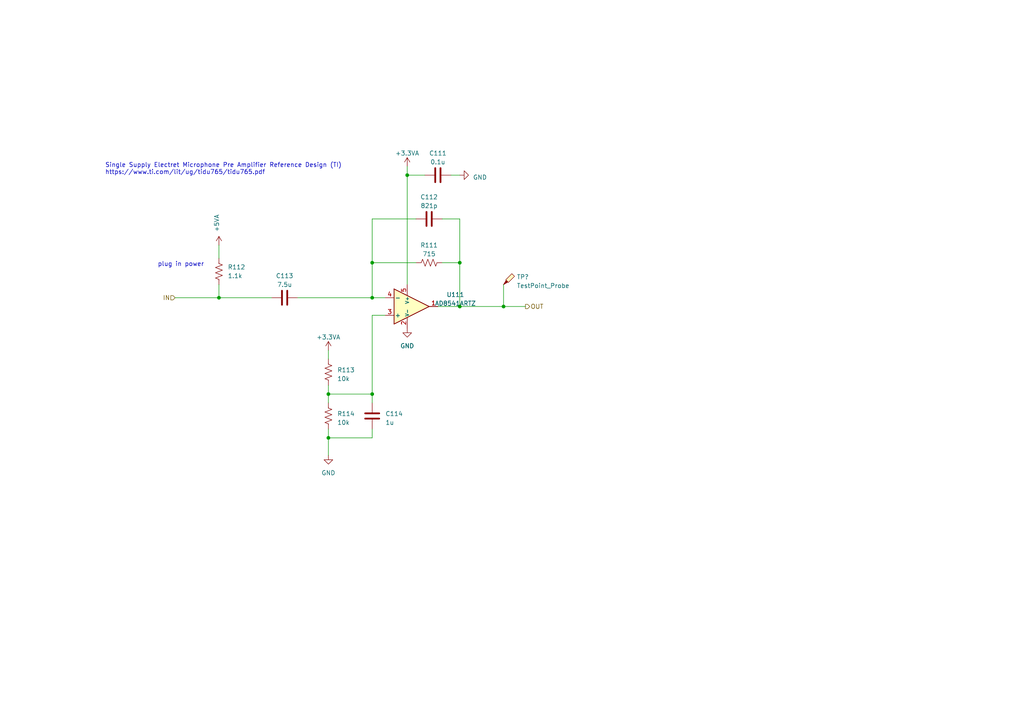
<source format=kicad_sch>
(kicad_sch (version 20230121) (generator eeschema)
  (paper "A4")
  (lib_symbols
    (symbol "Connector:TestPoint_Probe" (pin_numbers hide) (pin_names (offset 0.762) hide)
      (property "Reference" "TP" (at 1.651 5.842 0))
      (property "Value" "TestPoint_Probe" (at 1.651 4.064 0))
      (symbol "TestPoint_Probe_0_1"
        (polyline (pts (xy 1.27 0.762) (xy 0 0) (xy 0.762 1.27) (xy 1.27 0.762)) (fill (type outline)))
        (polyline (pts (xy 1.397 0.635) (xy 0.635 1.397) (xy 2.413 3.175) (xy 3.175 2.413) (xy 1.397 0.635)) (fill (type background)))
      )
      (symbol "TestPoint_Probe_1_1"
        (pin passive line (at 0 0 90) (length 0) (name "1") (number "1"))
      )
    )
    (symbol "Device:C" (pin_numbers hide) (pin_names (offset 0.254))
      (property "Reference" "C" (at 0.635 2.54 0))
      (property "Value" "C" (at 0.635 -2.54 0))
      (symbol "C_0_1"
        (polyline (pts (xy -2.032 -0.762) (xy 2.032 -0.762)) (stroke (width 0.508)))
        (polyline (pts (xy -2.032 0.762) (xy 2.032 0.762)) (stroke (width 0.508)))
      )
      (symbol "C_1_1"
        (pin passive line (at 0 3.81 270) (length 2.794) (name "~") (number "1"))
        (pin passive line (at 0 -3.81 90) (length 2.794) (name "~") (number "2"))
      )
    )
    (symbol "Device:R_US" (pin_numbers hide) (pin_names (offset 0))
      (property "Reference" "R" (at 2.54 0 90))
      (property "Value" "R_US" (at -2.54 0 90))
      (symbol "R_US_0_1"
        (polyline (pts (xy 0 -2.286) (xy 0 -2.54)))
        (polyline (pts (xy 0 2.286) (xy 0 2.54)))
        (polyline (pts (xy 0 -0.762) (xy 1.016 -1.143) (xy 0 -1.524) (xy -1.016 -1.905) (xy 0 -2.286)))
        (polyline (pts (xy 0 0.762) (xy 1.016 0.381) (xy 0 0) (xy -1.016 -0.381) (xy 0 -0.762)))
        (polyline (pts (xy 0 2.286) (xy 1.016 1.905) (xy 0 1.524) (xy -1.016 1.143) (xy 0 0.762)))
      )
      (symbol "R_US_1_1"
        (pin passive line (at 0 3.81 270) (length 1.27) (name "~") (number "1"))
        (pin passive line (at 0 -3.81 90) (length 1.27) (name "~") (number "2"))
      )
    )
    (symbol "PCM_Amplifier_Operational_AKL:AD8541ARTZ" (pin_names (offset 0.2))
      (property "Reference" "U" (at 1.27 7.62 0))
      (property "Value" "AD8541ARTZ" (at 1.27 5.08 0))
      (symbol "AD8541ARTZ_0_1"
        (polyline (pts (xy -5.08 5.08) (xy -5.08 -5.08) (xy 5.08 0) (xy -5.08 5.08)) (stroke (width 0.254)) (fill (type background)))
      )
      (symbol "AD8541ARTZ_1_1"
        (pin output line (at 7.62 0 180) (length 2.54) (name "~") (number "1"))
        (pin power_in line (at -1.27 -6.35 90) (length 3.18) (name "V-") (number "2"))
        (pin input line (at -7.62 -2.54 0) (length 2.54) (name "+") (number "3"))
        (pin input line (at -7.62 2.54 0) (length 2.54) (name "-") (number "4"))
        (pin power_in line (at -1.27 6.35 270) (length 3.18) (name "V+") (number "5"))
      )
    )
    (symbol "power:+3.3VA" (power) (pin_names (offset 0))
      (property "Value" "+3.3VA" (at 0 3.556 0))
      (symbol "+3.3VA_0_1"
        (polyline (pts (xy -0.762 1.27) (xy 0 2.54)))
        (polyline (pts (xy 0 0) (xy 0 2.54)))
        (polyline (pts (xy 0 2.54) (xy 0.762 1.27)))
      )
      (symbol "+3.3VA_1_1"
        (pin power_in line (at 0 0 90) (length 0) hide (name "+3.3VA") (number "1"))
      )
    )
    (symbol "power:+5VA" (power) (pin_names (offset 0))
      (property "Value" "+5VA" (at 0 3.556 0))
      (symbol "+5VA_0_1"
        (polyline (pts (xy -0.762 1.27) (xy 0 2.54)))
        (polyline (pts (xy 0 0) (xy 0 2.54)))
        (polyline (pts (xy 0 2.54) (xy 0.762 1.27)))
      )
      (symbol "+5VA_1_1"
        (pin power_in line (at 0 0 90) (length 0) hide (name "+5VA") (number "1"))
      )
    )
    (symbol "power:GND" (power) (pin_names (offset 0))
      (property "Value" "GND" (at 0 -3.81 0))
      (symbol "GND_0_1"
        (polyline (pts (xy 0 0) (xy 0 -1.27) (xy 1.27 -1.27) (xy 0 -2.54) (xy -1.27 -1.27) (xy 0 -1.27)))
      )
      (symbol "GND_1_1"
        (pin power_in line (at 0 0 270) (length 0) hide (name "GND") (number "1"))
      )
    )
  )
  (junction (at 107.95 76.2))
  (junction (at 95.25 114.3))
  (junction (at 118.11 50.8))
  (junction (at 133.35 76.2))
  (junction (at 107.95 86.36))
  (junction (at 95.25 127))
  (junction (at 146.05 88.9))
  (junction (at 107.95 114.3))
  (junction (at 63.5 86.36))
  (junction (at 133.35 88.9))
  (wire (pts (xy 107.95 91.44) (xy 107.95 114.3)))
  (wire (pts (xy 107.95 76.2) (xy 120.65 76.2)))
  (wire (pts (xy 78.74 86.36) (xy 63.5 86.36)))
  (wire (pts (xy 95.25 127) (xy 95.25 132.08)))
  (wire (pts (xy 146.05 88.9) (xy 152.4 88.9)))
  (wire (pts (xy 107.95 114.3) (xy 95.25 114.3)))
  (wire (pts (xy 118.11 50.8) (xy 123.19 50.8)))
  (wire (pts (xy 95.25 111.76) (xy 95.25 114.3)))
  (wire (pts (xy 107.95 63.5) (xy 107.95 76.2)))
  (wire (pts (xy 95.25 101.6) (xy 95.25 104.14)))
  (wire (pts (xy 118.11 48.26) (xy 118.11 50.8)))
  (wire (pts (xy 111.76 91.44) (xy 107.95 91.44)))
  (wire (pts (xy 95.25 124.46) (xy 95.25 127)))
  (wire (pts (xy 128.27 76.2) (xy 133.35 76.2)))
  (wire (pts (xy 95.25 114.3) (xy 95.25 116.84)))
  (wire (pts (xy 50.8 86.36) (xy 63.5 86.36)))
  (wire (pts (xy 107.95 127) (xy 95.25 127)))
  (wire (pts (xy 133.35 63.5) (xy 133.35 76.2)))
  (wire (pts (xy 133.35 76.2) (xy 133.35 88.9)))
  (wire (pts (xy 107.95 86.36) (xy 107.95 76.2)))
  (wire (pts (xy 133.35 88.9) (xy 146.05 88.9)))
  (wire (pts (xy 107.95 114.3) (xy 107.95 116.84)))
  (wire (pts (xy 107.95 86.36) (xy 111.76 86.36)))
  (wire (pts (xy 127 88.9) (xy 133.35 88.9)))
  (wire (pts (xy 86.36 86.36) (xy 107.95 86.36)))
  (wire (pts (xy 146.05 82.55) (xy 146.05 88.9)))
  (wire (pts (xy 130.81 50.8) (xy 133.35 50.8)))
  (wire (pts (xy 107.95 124.46) (xy 107.95 127)))
  (wire (pts (xy 120.65 63.5) (xy 107.95 63.5)))
  (wire (pts (xy 118.11 50.8) (xy 118.11 82.55)))
  (wire (pts (xy 63.5 71.12) (xy 63.5 74.93)))
  (wire (pts (xy 63.5 82.55) (xy 63.5 86.36)))
  (wire (pts (xy 133.35 63.5) (xy 128.27 63.5)))
  (text "Single Supply Electret Microphone Pre Amplifier Reference Design (TI)\nhttps://www.ti.com/lit/ug/tidu765/tidu765.pdf" (at 30.48 50.8 0) (effects (font (size 1.27 1.27)) (justify left bottom)))
  (text "plug in power" (at 45.72 77.47 0) (effects (font (size 1.27 1.27)) (justify left bottom)))
  (hierarchical_label "IN" (shape input) (at 50.8 86.36 180))
  (hierarchical_label "OUT" (shape output) (at 152.4 88.9 0))
  (symbol (lib_id "power:+5VA") (at 63.5 71.12 0) (unit 1)
    (property "Reference" "#PWR0113" (effects hide))
    (property "Value" "+5VA" (at 62.865 67.31 90) (effects (justify left)))
    (instances (project "hydrophone board" (path "" (reference "#PWR0113") (unit 1)) (path "" (reference "#PWR0123") (unit 1)) (path "" (reference "#PWR0133") (unit 1)) (path "" (reference "#PWR0143") (unit 1))))
  )
  (symbol (lib_id "Device:C") (at 124.46 63.5 270) (unit 1)
    (property "Reference" "C112" (at 124.46 57.15 90))
    (property "Value" "821p" (at 124.46 59.69 90))
    (instances (project "hydrophone board" (path "" (reference "C112") (unit 1)) (path "" (reference "C122") (unit 1)) (path "" (reference "C132") (unit 1)) (path "" (reference "C142") (unit 1))))
  )
  (symbol (lib_id "power:+3.3VA") (at 95.25 101.6 0) (unit 1)
    (property "Reference" "#PWR?" (effects hide))
    (property "Value" "+3.3VA" (at 95.25 97.79 0))
    (instances (project "hydrophone board" (path "" (reference "#PWR?") (unit 1)) (path "" (reference "#PWR0115") (unit 1)) (path "" (reference "#PWR0125") (unit 1)) (path "" (reference "#PWR0135") (unit 1)) (path "" (reference "#PWR0145") (unit 1))))
  )
  (symbol (lib_id "power:+3.3VA") (at 118.11 48.26 0) (unit 1)
    (property "Reference" "#PWR0401" (effects hide))
    (property "Value" "+3.3VA" (at 118.11 44.45 0))
    (instances (project "hydrophone board" (path "" (reference "#PWR0401") (unit 1)) (path "" (reference "#PWR0111") (unit 1)) (path "" (reference "#PWR0121") (unit 1)) (path "" (reference "#PWR0131") (unit 1)) (path "" (reference "#PWR0141") (unit 1))))
  )
  (symbol (lib_id "Device:R_US") (at 95.25 107.95 0) (unit 1)
    (property "Reference" "R113" (at 97.79 107.315 0) (effects (justify left)))
    (property "Value" "10k" (at 97.79 109.855 0) (effects (justify left)))
    (instances (project "hydrophone board" (path "" (reference "R113") (unit 1)) (path "" (reference "R123") (unit 1)) (path "" (reference "R133") (unit 1)) (path "" (reference "R143") (unit 1))))
  )
  (symbol (lib_id "power:GND") (at 95.25 132.08 0) (unit 1)
    (property "Reference" "#PWR0205" (effects hide))
    (property "Value" "GND" (at 95.25 137.16 0))
    (instances (project "hydrophone board" (path "" (reference "#PWR0205") (unit 1)) (path "" (reference "#PWR0116") (unit 1)) (path "" (reference "#PWR0126") (unit 1)) (path "" (reference "#PWR0136") (unit 1)) (path "" (reference "#PWR0146") (unit 1))))
  )
  (symbol (lib_id "Device:R_US") (at 124.46 76.2 90) (unit 1)
    (property "Reference" "R111" (at 124.46 71.12 90))
    (property "Value" "715" (at 124.46 73.66 90))
    (instances (project "hydrophone board" (path "" (reference "R111") (unit 1)) (path "" (reference "R121") (unit 1)) (path "" (reference "R131") (unit 1)) (path "" (reference "R141") (unit 1))))
  )
  (symbol (lib_id "Device:C") (at 82.55 86.36 90) (unit 1)
    (property "Reference" "C113" (at 82.55 80.01 90))
    (property "Value" "7.5u" (at 82.55 82.55 90))
    (instances (project "hydrophone board" (path "" (reference "C113") (unit 1)) (path "" (reference "C123") (unit 1)) (path "" (reference "C133") (unit 1)) (path "" (reference "C143") (unit 1))))
  )
  (symbol (lib_id "power:GND") (at 118.11 95.25 0) (unit 1)
    (property "Reference" "#PWR0205" (effects hide))
    (property "Value" "GND" (at 118.11 100.33 0))
    (instances (project "hydrophone board" (path "" (reference "#PWR0205") (unit 1)) (path "" (reference "#PWR0114") (unit 1)) (path "" (reference "#PWR0124") (unit 1)) (path "" (reference "#PWR0134") (unit 1)) (path "" (reference "#PWR0144") (unit 1))))
  )
  (symbol (lib_id "Device:C") (at 107.95 120.65 180) (unit 1)
    (property "Reference" "C114" (at 111.76 120.015 0) (effects (justify right)))
    (property "Value" "1u" (at 111.76 122.555 0) (effects (justify right)))
    (instances (project "hydrophone board" (path "" (reference "C114") (unit 1)) (path "" (reference "C124") (unit 1)) (path "" (reference "C134") (unit 1)) (path "" (reference "C144") (unit 1))))
  )
  (symbol (lib_id "PCM_Amplifier_Operational_AKL:AD8541ARTZ") (at 119.38 88.9 0) (unit 1)
    (property "Reference" "U111" (at 132.08 85.4711 0))
    (property "Value" "AD8541ARTZ" (at 132.08 88.0111 0))
    (property "Footprint" "Package_TO_SOT_SMD_AKL:SOT-23-5" (effects hide))
    (property "Datasheet" "https://www.tme.eu/Document/12dfd4edba370bc858a85650113d6156/AD8541_8542_8544.pdf" (effects hide))
    (instances (project "hydrophone board" (path "" (reference "U111") (unit 1)) (path "" (reference "U121") (unit 1)) (path "" (reference "U131") (unit 1)) (path "" (reference "U141") (unit 1))))
  )
  (symbol (lib_id "power:GND") (at 133.35 50.8 90) (unit 1)
    (property "Reference" "#PWR0205" (effects hide))
    (property "Value" "GND" (at 137.16 51.435 90) (effects (justify right)))
    (instances (project "hydrophone board" (path "" (reference "#PWR0205") (unit 1)) (path "" (reference "#PWR0112") (unit 1)) (path "" (reference "#PWR0122") (unit 1)) (path "" (reference "#PWR0132") (unit 1)) (path "" (reference "#PWR0142") (unit 1))))
  )
  (symbol (lib_id "Device:C") (at 127 50.8 90) (unit 1)
    (property "Reference" "C111" (at 127 44.45 90))
    (property "Value" "0.1u" (at 127 46.99 90))
    (instances (project "hydrophone board" (path "" (reference "C111") (unit 1)) (path "" (reference "C121") (unit 1)) (path "" (reference "C131") (unit 1)) (path "" (reference "C141") (unit 1))))
  )
  (symbol (lib_id "Connector:TestPoint_Probe") (at 146.05 82.55 0) (unit 1)
    (property "Reference" "TP?" (at 149.86 80.3275 0) (effects (justify left)))
    (property "Value" "TestPoint_Probe" (at 149.86 82.8675 0) (effects (justify left)))
    (instances (project "hydrophone board" (path "" (reference "TP?") (unit 1)) (path "" (reference "TP111") (unit 1)) (path "" (reference "TP121") (unit 1)) (path "" (reference "TP131") (unit 1)) (path "" (reference "TP141") (unit 1))))
  )
  (symbol (lib_id "Device:R_US") (at 63.5 78.74 180) (unit 1)
    (property "Reference" "R112" (at 66.04 77.47 0) (effects (justify right)))
    (property "Value" "1.1k" (at 66.04 80.01 0) (effects (justify right)))
    (instances (project "hydrophone board" (path "" (reference "R112") (unit 1)) (path "" (reference "R122") (unit 1)) (path "" (reference "R132") (unit 1)) (path "" (reference "R142") (unit 1))))
  )
  (symbol (lib_id "Device:R_US") (at 95.25 120.65 0) (unit 1)
    (property "Reference" "R114" (at 97.79 120.015 0) (effects (justify left)))
    (property "Value" "10k" (at 97.79 122.555 0) (effects (justify left)))
    (instances (project "hydrophone board" (path "" (reference "R114") (unit 1)) (path "" (reference "R124") (unit 1)) (path "" (reference "R134") (unit 1)) (path "" (reference "R144") (unit 1))))
  )
)
</source>
